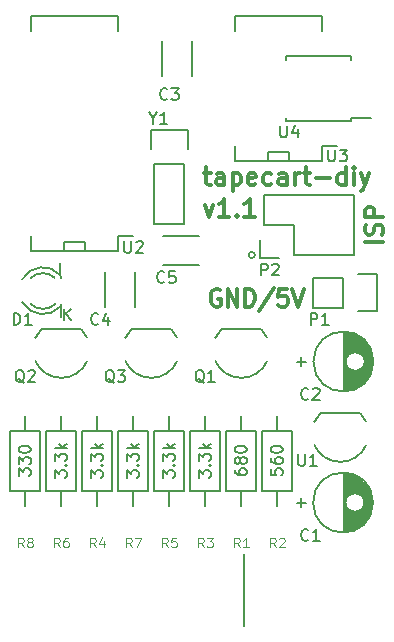
<source format=gbr>
G04 #@! TF.FileFunction,Legend,Top*
%FSLAX46Y46*%
G04 Gerber Fmt 4.6, Leading zero omitted, Abs format (unit mm)*
G04 Created by KiCad (PCBNEW 4.0.5) date 11/08/17 14:47:14*
%MOMM*%
%LPD*%
G01*
G04 APERTURE LIST*
%ADD10C,0.100000*%
%ADD11C,0.200000*%
%ADD12C,0.300000*%
%ADD13C,0.150000*%
%ADD14C,0.120000*%
G04 APERTURE END LIST*
D10*
D11*
X153416000Y-65151000D02*
G75*
G03X153416000Y-65151000I-254000J0D01*
G01*
X157353000Y-85725000D02*
X157353000Y-86487000D01*
X156972000Y-86106000D02*
X157734000Y-86106000D01*
X157353000Y-73787000D02*
X157353000Y-74549000D01*
X156972000Y-74168000D02*
X157734000Y-74168000D01*
D12*
X149185286Y-60892571D02*
X149542429Y-61892571D01*
X149899571Y-60892571D01*
X151256714Y-61892571D02*
X150399571Y-61892571D01*
X150828143Y-61892571D02*
X150828143Y-60392571D01*
X150685286Y-60606857D01*
X150542428Y-60749714D01*
X150399571Y-60821143D01*
X151899571Y-61749714D02*
X151970999Y-61821143D01*
X151899571Y-61892571D01*
X151828142Y-61821143D01*
X151899571Y-61749714D01*
X151899571Y-61892571D01*
X153399571Y-61892571D02*
X152542428Y-61892571D01*
X152971000Y-61892571D02*
X152971000Y-60392571D01*
X152828143Y-60606857D01*
X152685285Y-60749714D01*
X152542428Y-60821143D01*
X149113857Y-58225571D02*
X149685286Y-58225571D01*
X149328143Y-57725571D02*
X149328143Y-59011286D01*
X149399571Y-59154143D01*
X149542429Y-59225571D01*
X149685286Y-59225571D01*
X150828143Y-59225571D02*
X150828143Y-58439857D01*
X150756714Y-58297000D01*
X150613857Y-58225571D01*
X150328143Y-58225571D01*
X150185286Y-58297000D01*
X150828143Y-59154143D02*
X150685286Y-59225571D01*
X150328143Y-59225571D01*
X150185286Y-59154143D01*
X150113857Y-59011286D01*
X150113857Y-58868429D01*
X150185286Y-58725571D01*
X150328143Y-58654143D01*
X150685286Y-58654143D01*
X150828143Y-58582714D01*
X151542429Y-58225571D02*
X151542429Y-59725571D01*
X151542429Y-58297000D02*
X151685286Y-58225571D01*
X151971000Y-58225571D01*
X152113857Y-58297000D01*
X152185286Y-58368429D01*
X152256715Y-58511286D01*
X152256715Y-58939857D01*
X152185286Y-59082714D01*
X152113857Y-59154143D01*
X151971000Y-59225571D01*
X151685286Y-59225571D01*
X151542429Y-59154143D01*
X153471000Y-59154143D02*
X153328143Y-59225571D01*
X153042429Y-59225571D01*
X152899572Y-59154143D01*
X152828143Y-59011286D01*
X152828143Y-58439857D01*
X152899572Y-58297000D01*
X153042429Y-58225571D01*
X153328143Y-58225571D01*
X153471000Y-58297000D01*
X153542429Y-58439857D01*
X153542429Y-58582714D01*
X152828143Y-58725571D01*
X154828143Y-59154143D02*
X154685286Y-59225571D01*
X154399572Y-59225571D01*
X154256714Y-59154143D01*
X154185286Y-59082714D01*
X154113857Y-58939857D01*
X154113857Y-58511286D01*
X154185286Y-58368429D01*
X154256714Y-58297000D01*
X154399572Y-58225571D01*
X154685286Y-58225571D01*
X154828143Y-58297000D01*
X156113857Y-59225571D02*
X156113857Y-58439857D01*
X156042428Y-58297000D01*
X155899571Y-58225571D01*
X155613857Y-58225571D01*
X155471000Y-58297000D01*
X156113857Y-59154143D02*
X155971000Y-59225571D01*
X155613857Y-59225571D01*
X155471000Y-59154143D01*
X155399571Y-59011286D01*
X155399571Y-58868429D01*
X155471000Y-58725571D01*
X155613857Y-58654143D01*
X155971000Y-58654143D01*
X156113857Y-58582714D01*
X156828143Y-59225571D02*
X156828143Y-58225571D01*
X156828143Y-58511286D02*
X156899571Y-58368429D01*
X156971000Y-58297000D01*
X157113857Y-58225571D01*
X157256714Y-58225571D01*
X157542428Y-58225571D02*
X158113857Y-58225571D01*
X157756714Y-57725571D02*
X157756714Y-59011286D01*
X157828142Y-59154143D01*
X157971000Y-59225571D01*
X158113857Y-59225571D01*
X158613857Y-58654143D02*
X159756714Y-58654143D01*
X161113857Y-59225571D02*
X161113857Y-57725571D01*
X161113857Y-59154143D02*
X160971000Y-59225571D01*
X160685286Y-59225571D01*
X160542428Y-59154143D01*
X160471000Y-59082714D01*
X160399571Y-58939857D01*
X160399571Y-58511286D01*
X160471000Y-58368429D01*
X160542428Y-58297000D01*
X160685286Y-58225571D01*
X160971000Y-58225571D01*
X161113857Y-58297000D01*
X161828143Y-59225571D02*
X161828143Y-58225571D01*
X161828143Y-57725571D02*
X161756714Y-57797000D01*
X161828143Y-57868429D01*
X161899571Y-57797000D01*
X161828143Y-57725571D01*
X161828143Y-57868429D01*
X162399572Y-58225571D02*
X162756715Y-59225571D01*
X163113857Y-58225571D02*
X162756715Y-59225571D01*
X162613857Y-59582714D01*
X162542429Y-59654143D01*
X162399572Y-59725571D01*
X164254571Y-64075285D02*
X162754571Y-64075285D01*
X164183143Y-63432428D02*
X164254571Y-63218142D01*
X164254571Y-62860999D01*
X164183143Y-62718142D01*
X164111714Y-62646713D01*
X163968857Y-62575285D01*
X163826000Y-62575285D01*
X163683143Y-62646713D01*
X163611714Y-62718142D01*
X163540286Y-62860999D01*
X163468857Y-63146713D01*
X163397429Y-63289571D01*
X163326000Y-63360999D01*
X163183143Y-63432428D01*
X163040286Y-63432428D01*
X162897429Y-63360999D01*
X162826000Y-63289571D01*
X162754571Y-63146713D01*
X162754571Y-62789571D01*
X162826000Y-62575285D01*
X164254571Y-61932428D02*
X162754571Y-61932428D01*
X162754571Y-61361000D01*
X162826000Y-61218142D01*
X162897429Y-61146714D01*
X163040286Y-61075285D01*
X163254571Y-61075285D01*
X163397429Y-61146714D01*
X163468857Y-61218142D01*
X163540286Y-61361000D01*
X163540286Y-61932428D01*
D11*
X152463500Y-90424000D02*
X152463500Y-96520000D01*
D12*
X150476334Y-68084000D02*
X150343000Y-68012571D01*
X150143000Y-68012571D01*
X149943000Y-68084000D01*
X149809667Y-68226857D01*
X149743000Y-68369714D01*
X149676334Y-68655429D01*
X149676334Y-68869714D01*
X149743000Y-69155429D01*
X149809667Y-69298286D01*
X149943000Y-69441143D01*
X150143000Y-69512571D01*
X150276334Y-69512571D01*
X150476334Y-69441143D01*
X150543000Y-69369714D01*
X150543000Y-68869714D01*
X150276334Y-68869714D01*
X151143000Y-69512571D02*
X151143000Y-68012571D01*
X151943000Y-69512571D01*
X151943000Y-68012571D01*
X152609667Y-69512571D02*
X152609667Y-68012571D01*
X152943001Y-68012571D01*
X153143001Y-68084000D01*
X153276334Y-68226857D01*
X153343001Y-68369714D01*
X153409667Y-68655429D01*
X153409667Y-68869714D01*
X153343001Y-69155429D01*
X153276334Y-69298286D01*
X153143001Y-69441143D01*
X152943001Y-69512571D01*
X152609667Y-69512571D01*
X155009667Y-67941143D02*
X153809667Y-69869714D01*
X156143001Y-68012571D02*
X155476334Y-68012571D01*
X155409668Y-68726857D01*
X155476334Y-68655429D01*
X155609668Y-68584000D01*
X155943001Y-68584000D01*
X156076334Y-68655429D01*
X156143001Y-68726857D01*
X156209668Y-68869714D01*
X156209668Y-69226857D01*
X156143001Y-69369714D01*
X156076334Y-69441143D01*
X155943001Y-69512571D01*
X155609668Y-69512571D01*
X155476334Y-69441143D01*
X155409668Y-69369714D01*
X156609667Y-68012571D02*
X157076334Y-69512571D01*
X157543001Y-68012571D01*
D11*
X139065000Y-64008000D02*
X139065000Y-64770000D01*
X137287000Y-64008000D02*
X139065000Y-64008000D01*
X137287000Y-64770000D02*
X137287000Y-64008000D01*
X156337000Y-56388000D02*
X156337000Y-57150000D01*
X154559000Y-56388000D02*
X156337000Y-56388000D01*
X154559000Y-57150000D02*
X154559000Y-56388000D01*
X136965220Y-65842274D02*
X136965220Y-66858274D01*
X136978000Y-70374000D02*
X136978000Y-69485000D01*
D13*
X151003000Y-85090000D02*
X151003000Y-80010000D01*
X151003000Y-80010000D02*
X153543000Y-80010000D01*
X153543000Y-80010000D02*
X153543000Y-85090000D01*
X153543000Y-85090000D02*
X151003000Y-85090000D01*
X152273000Y-85090000D02*
X152273000Y-86360000D01*
X152273000Y-80010000D02*
X152273000Y-78740000D01*
X156591000Y-80010000D02*
X156591000Y-85090000D01*
X156591000Y-85090000D02*
X154051000Y-85090000D01*
X154051000Y-85090000D02*
X154051000Y-80010000D01*
X154051000Y-80010000D02*
X156591000Y-80010000D01*
X155321000Y-80010000D02*
X155321000Y-78740000D01*
X155321000Y-85090000D02*
X155321000Y-86360000D01*
X132715000Y-85090000D02*
X132715000Y-80010000D01*
X132715000Y-80010000D02*
X135255000Y-80010000D01*
X135255000Y-80010000D02*
X135255000Y-85090000D01*
X135255000Y-85090000D02*
X132715000Y-85090000D01*
X133985000Y-85090000D02*
X133985000Y-86360000D01*
X133985000Y-80010000D02*
X133985000Y-78740000D01*
X144907000Y-85090000D02*
X144907000Y-80010000D01*
X144907000Y-80010000D02*
X147447000Y-80010000D01*
X147447000Y-80010000D02*
X147447000Y-85090000D01*
X147447000Y-85090000D02*
X144907000Y-85090000D01*
X146177000Y-85090000D02*
X146177000Y-86360000D01*
X146177000Y-80010000D02*
X146177000Y-78740000D01*
X150495000Y-80010000D02*
X150495000Y-85090000D01*
X150495000Y-85090000D02*
X147955000Y-85090000D01*
X147955000Y-85090000D02*
X147955000Y-80010000D01*
X147955000Y-80010000D02*
X150495000Y-80010000D01*
X149225000Y-80010000D02*
X149225000Y-78740000D01*
X149225000Y-85090000D02*
X149225000Y-86360000D01*
X138811000Y-85090000D02*
X138811000Y-80010000D01*
X138811000Y-80010000D02*
X141351000Y-80010000D01*
X141351000Y-80010000D02*
X141351000Y-85090000D01*
X141351000Y-85090000D02*
X138811000Y-85090000D01*
X140081000Y-85090000D02*
X140081000Y-86360000D01*
X140081000Y-80010000D02*
X140081000Y-78740000D01*
X135763000Y-85090000D02*
X135763000Y-80010000D01*
X135763000Y-80010000D02*
X138303000Y-80010000D01*
X138303000Y-80010000D02*
X138303000Y-85090000D01*
X138303000Y-85090000D02*
X135763000Y-85090000D01*
X137033000Y-85090000D02*
X137033000Y-86360000D01*
X137033000Y-80010000D02*
X137033000Y-78740000D01*
X144399000Y-80010000D02*
X144399000Y-85090000D01*
X144399000Y-85090000D02*
X141859000Y-85090000D01*
X141859000Y-85090000D02*
X141859000Y-80010000D01*
X141859000Y-80010000D02*
X144399000Y-80010000D01*
X143129000Y-80010000D02*
X143129000Y-78740000D01*
X143129000Y-85090000D02*
X143129000Y-86360000D01*
X139220695Y-72155010D02*
G75*
G03X138733000Y-71452000I-2187695J-996990D01*
G01*
X134845305Y-72155010D02*
G75*
G02X135333000Y-71452000I2187695J-996990D01*
G01*
X138733000Y-71452000D02*
X135333000Y-71452000D01*
X139217879Y-74145127D02*
G75*
G02X137033000Y-75552000I-2184879J993127D01*
G01*
X134848121Y-74145127D02*
G75*
G03X137033000Y-75552000I2184879J993127D01*
G01*
X161000000Y-71669000D02*
X161000000Y-76667000D01*
X161140000Y-71677000D02*
X161140000Y-74014000D01*
X161140000Y-74322000D02*
X161140000Y-76659000D01*
X161280000Y-71693000D02*
X161280000Y-73695000D01*
X161280000Y-74641000D02*
X161280000Y-76643000D01*
X161420000Y-71717000D02*
X161420000Y-73548000D01*
X161420000Y-74788000D02*
X161420000Y-76619000D01*
X161560000Y-71750000D02*
X161560000Y-73456000D01*
X161560000Y-74880000D02*
X161560000Y-76586000D01*
X161700000Y-71791000D02*
X161700000Y-73400000D01*
X161700000Y-74936000D02*
X161700000Y-76545000D01*
X161840000Y-71841000D02*
X161840000Y-73373000D01*
X161840000Y-74963000D02*
X161840000Y-76495000D01*
X161980000Y-71902000D02*
X161980000Y-73370000D01*
X161980000Y-74966000D02*
X161980000Y-76434000D01*
X162120000Y-71972000D02*
X162120000Y-73392000D01*
X162120000Y-74944000D02*
X162120000Y-76364000D01*
X162260000Y-72054000D02*
X162260000Y-73442000D01*
X162260000Y-74894000D02*
X162260000Y-76282000D01*
X162400000Y-72149000D02*
X162400000Y-73524000D01*
X162400000Y-74812000D02*
X162400000Y-76187000D01*
X162540000Y-72260000D02*
X162540000Y-73656000D01*
X162540000Y-74680000D02*
X162540000Y-76076000D01*
X162680000Y-72388000D02*
X162680000Y-73903000D01*
X162680000Y-74433000D02*
X162680000Y-75948000D01*
X162820000Y-72537000D02*
X162820000Y-75799000D01*
X162960000Y-72716000D02*
X162960000Y-75620000D01*
X163100000Y-72935000D02*
X163100000Y-75401000D01*
X163240000Y-73224000D02*
X163240000Y-75112000D01*
X163380000Y-73696000D02*
X163380000Y-74640000D01*
X162725000Y-74168000D02*
G75*
G03X162725000Y-74168000I-800000J0D01*
G01*
X163462500Y-74168000D02*
G75*
G03X163462500Y-74168000I-2537500J0D01*
G01*
X162842695Y-79267010D02*
G75*
G03X162355000Y-78564000I-2187695J-996990D01*
G01*
X158467305Y-79267010D02*
G75*
G02X158955000Y-78564000I2187695J-996990D01*
G01*
X162355000Y-78564000D02*
X158955000Y-78564000D01*
X162839879Y-81257127D02*
G75*
G02X160655000Y-82664000I-2184879J993127D01*
G01*
X158470121Y-81257127D02*
G75*
G03X160655000Y-82664000I2184879J993127D01*
G01*
X159123000Y-57159000D02*
X159123000Y-55889000D01*
X151773000Y-57159000D02*
X151773000Y-55889000D01*
X151773000Y-44949000D02*
X151773000Y-46219000D01*
X159123000Y-44949000D02*
X159123000Y-46219000D01*
X159123000Y-57159000D02*
X151773000Y-57159000D01*
X159123000Y-44949000D02*
X151773000Y-44949000D01*
X159123000Y-55889000D02*
X160408000Y-55889000D01*
X160968000Y-83607000D02*
X160968000Y-88605000D01*
X161108000Y-83615000D02*
X161108000Y-85952000D01*
X161108000Y-86260000D02*
X161108000Y-88597000D01*
X161248000Y-83631000D02*
X161248000Y-85633000D01*
X161248000Y-86579000D02*
X161248000Y-88581000D01*
X161388000Y-83655000D02*
X161388000Y-85486000D01*
X161388000Y-86726000D02*
X161388000Y-88557000D01*
X161528000Y-83688000D02*
X161528000Y-85394000D01*
X161528000Y-86818000D02*
X161528000Y-88524000D01*
X161668000Y-83729000D02*
X161668000Y-85338000D01*
X161668000Y-86874000D02*
X161668000Y-88483000D01*
X161808000Y-83779000D02*
X161808000Y-85311000D01*
X161808000Y-86901000D02*
X161808000Y-88433000D01*
X161948000Y-83840000D02*
X161948000Y-85308000D01*
X161948000Y-86904000D02*
X161948000Y-88372000D01*
X162088000Y-83910000D02*
X162088000Y-85330000D01*
X162088000Y-86882000D02*
X162088000Y-88302000D01*
X162228000Y-83992000D02*
X162228000Y-85380000D01*
X162228000Y-86832000D02*
X162228000Y-88220000D01*
X162368000Y-84087000D02*
X162368000Y-85462000D01*
X162368000Y-86750000D02*
X162368000Y-88125000D01*
X162508000Y-84198000D02*
X162508000Y-85594000D01*
X162508000Y-86618000D02*
X162508000Y-88014000D01*
X162648000Y-84326000D02*
X162648000Y-85841000D01*
X162648000Y-86371000D02*
X162648000Y-87886000D01*
X162788000Y-84475000D02*
X162788000Y-87737000D01*
X162928000Y-84654000D02*
X162928000Y-87558000D01*
X163068000Y-84873000D02*
X163068000Y-87339000D01*
X163208000Y-85162000D02*
X163208000Y-87050000D01*
X163348000Y-85634000D02*
X163348000Y-86578000D01*
X162693000Y-86106000D02*
G75*
G03X162693000Y-86106000I-800000J0D01*
G01*
X163430500Y-86106000D02*
G75*
G03X163430500Y-86106000I-2537500J0D01*
G01*
X145562000Y-49994000D02*
X145562000Y-46994000D01*
X148062000Y-46994000D02*
X148062000Y-49994000D01*
X143236000Y-66552000D02*
X143236000Y-69552000D01*
X140736000Y-69552000D02*
X140736000Y-66552000D01*
X145673000Y-63520000D02*
X148673000Y-63520000D01*
X148673000Y-66020000D02*
X145673000Y-66020000D01*
X136978000Y-66885000D02*
X136978000Y-67085000D01*
X136978000Y-69479000D02*
X136978000Y-69299000D01*
X133750256Y-69168643D02*
G75*
G03X136978000Y-69485000I1727744J1003643D01*
G01*
X134425994Y-69298068D02*
G75*
G03X136529000Y-69299000I1052006J1133068D01*
G01*
X136965220Y-66858274D02*
G75*
G03X133728000Y-67205000I-1497220J-1306726D01*
G01*
X136491889Y-67085747D02*
G75*
G03X134444000Y-67105000I-1013889J-1079253D01*
G01*
X156718000Y-65151000D02*
X161798000Y-65151000D01*
X153898000Y-65431000D02*
X153898000Y-63881000D01*
X154178000Y-62611000D02*
X156718000Y-62611000D01*
X156718000Y-62611000D02*
X156718000Y-65151000D01*
X161798000Y-65151000D02*
X161798000Y-60071000D01*
X161798000Y-60071000D02*
X156718000Y-60071000D01*
X153898000Y-65431000D02*
X155448000Y-65431000D01*
X154178000Y-60071000D02*
X154178000Y-62611000D01*
X156718000Y-60071000D02*
X154178000Y-60071000D01*
X141851000Y-64779000D02*
X141851000Y-63509000D01*
X134501000Y-64779000D02*
X134501000Y-63509000D01*
X134501000Y-44949000D02*
X134501000Y-46219000D01*
X141851000Y-44949000D02*
X141851000Y-46219000D01*
X141851000Y-64779000D02*
X134501000Y-64779000D01*
X141851000Y-44949000D02*
X134501000Y-44949000D01*
X141851000Y-63509000D02*
X143136000Y-63509000D01*
X144907000Y-57404000D02*
X144907000Y-62484000D01*
X144907000Y-62484000D02*
X147447000Y-62484000D01*
X147447000Y-62484000D02*
X147447000Y-57404000D01*
X147727000Y-54584000D02*
X147727000Y-56134000D01*
X147447000Y-57404000D02*
X144907000Y-57404000D01*
X144627000Y-56134000D02*
X144627000Y-54584000D01*
X144627000Y-54584000D02*
X147727000Y-54584000D01*
X161533000Y-53809000D02*
X161533000Y-53509000D01*
X156033000Y-53809000D02*
X156033000Y-53509000D01*
X156033000Y-48299000D02*
X156033000Y-48599000D01*
X161533000Y-48299000D02*
X161533000Y-48599000D01*
X161533000Y-53809000D02*
X156033000Y-53809000D01*
X161533000Y-48299000D02*
X156033000Y-48299000D01*
X161533000Y-53509000D02*
X163283000Y-53509000D01*
X146840695Y-72155010D02*
G75*
G03X146353000Y-71452000I-2187695J-996990D01*
G01*
X142465305Y-72155010D02*
G75*
G02X142953000Y-71452000I2187695J-996990D01*
G01*
X146353000Y-71452000D02*
X142953000Y-71452000D01*
X146837879Y-74145127D02*
G75*
G02X144653000Y-75552000I-2184879J993127D01*
G01*
X142468121Y-74145127D02*
G75*
G03X144653000Y-75552000I2184879J993127D01*
G01*
X154460695Y-72155010D02*
G75*
G03X153973000Y-71452000I-2187695J-996990D01*
G01*
X150085305Y-72155010D02*
G75*
G02X150573000Y-71452000I2187695J-996990D01*
G01*
X153973000Y-71452000D02*
X150573000Y-71452000D01*
X154457879Y-74145127D02*
G75*
G02X152273000Y-75552000I-2184879J993127D01*
G01*
X150088121Y-74145127D02*
G75*
G03X152273000Y-75552000I2184879J993127D01*
G01*
X160909000Y-69596000D02*
X158369000Y-69596000D01*
X163729000Y-69876000D02*
X162179000Y-69876000D01*
X160909000Y-69596000D02*
X160909000Y-67056000D01*
X162179000Y-66776000D02*
X163729000Y-66776000D01*
X163729000Y-66776000D02*
X163729000Y-69876000D01*
X160909000Y-67056000D02*
X158369000Y-67056000D01*
X158369000Y-67056000D02*
X158369000Y-69596000D01*
D14*
X152139667Y-89896905D02*
X151873000Y-89515952D01*
X151682524Y-89896905D02*
X151682524Y-89096905D01*
X151987286Y-89096905D01*
X152063477Y-89135000D01*
X152101572Y-89173095D01*
X152139667Y-89249286D01*
X152139667Y-89363571D01*
X152101572Y-89439762D01*
X152063477Y-89477857D01*
X151987286Y-89515952D01*
X151682524Y-89515952D01*
X152901572Y-89896905D02*
X152444429Y-89896905D01*
X152673000Y-89896905D02*
X152673000Y-89096905D01*
X152596810Y-89211190D01*
X152520619Y-89287381D01*
X152444429Y-89325476D01*
D13*
X151725381Y-83311904D02*
X151725381Y-83502381D01*
X151773000Y-83597619D01*
X151820619Y-83645238D01*
X151963476Y-83740476D01*
X152153952Y-83788095D01*
X152534905Y-83788095D01*
X152630143Y-83740476D01*
X152677762Y-83692857D01*
X152725381Y-83597619D01*
X152725381Y-83407142D01*
X152677762Y-83311904D01*
X152630143Y-83264285D01*
X152534905Y-83216666D01*
X152296810Y-83216666D01*
X152201571Y-83264285D01*
X152153952Y-83311904D01*
X152106333Y-83407142D01*
X152106333Y-83597619D01*
X152153952Y-83692857D01*
X152201571Y-83740476D01*
X152296810Y-83788095D01*
X152153952Y-82645238D02*
X152106333Y-82740476D01*
X152058714Y-82788095D01*
X151963476Y-82835714D01*
X151915857Y-82835714D01*
X151820619Y-82788095D01*
X151773000Y-82740476D01*
X151725381Y-82645238D01*
X151725381Y-82454761D01*
X151773000Y-82359523D01*
X151820619Y-82311904D01*
X151915857Y-82264285D01*
X151963476Y-82264285D01*
X152058714Y-82311904D01*
X152106333Y-82359523D01*
X152153952Y-82454761D01*
X152153952Y-82645238D01*
X152201571Y-82740476D01*
X152249190Y-82788095D01*
X152344429Y-82835714D01*
X152534905Y-82835714D01*
X152630143Y-82788095D01*
X152677762Y-82740476D01*
X152725381Y-82645238D01*
X152725381Y-82454761D01*
X152677762Y-82359523D01*
X152630143Y-82311904D01*
X152534905Y-82264285D01*
X152344429Y-82264285D01*
X152249190Y-82311904D01*
X152201571Y-82359523D01*
X152153952Y-82454761D01*
X151725381Y-81645238D02*
X151725381Y-81549999D01*
X151773000Y-81454761D01*
X151820619Y-81407142D01*
X151915857Y-81359523D01*
X152106333Y-81311904D01*
X152344429Y-81311904D01*
X152534905Y-81359523D01*
X152630143Y-81407142D01*
X152677762Y-81454761D01*
X152725381Y-81549999D01*
X152725381Y-81645238D01*
X152677762Y-81740476D01*
X152630143Y-81788095D01*
X152534905Y-81835714D01*
X152344429Y-81883333D01*
X152106333Y-81883333D01*
X151915857Y-81835714D01*
X151820619Y-81788095D01*
X151773000Y-81740476D01*
X151725381Y-81645238D01*
D14*
X155187667Y-89896905D02*
X154921000Y-89515952D01*
X154730524Y-89896905D02*
X154730524Y-89096905D01*
X155035286Y-89096905D01*
X155111477Y-89135000D01*
X155149572Y-89173095D01*
X155187667Y-89249286D01*
X155187667Y-89363571D01*
X155149572Y-89439762D01*
X155111477Y-89477857D01*
X155035286Y-89515952D01*
X154730524Y-89515952D01*
X155492429Y-89173095D02*
X155530524Y-89135000D01*
X155606715Y-89096905D01*
X155797191Y-89096905D01*
X155873381Y-89135000D01*
X155911477Y-89173095D01*
X155949572Y-89249286D01*
X155949572Y-89325476D01*
X155911477Y-89439762D01*
X155454334Y-89896905D01*
X155949572Y-89896905D01*
D13*
X154773381Y-83264285D02*
X154773381Y-83740476D01*
X155249571Y-83788095D01*
X155201952Y-83740476D01*
X155154333Y-83645238D01*
X155154333Y-83407142D01*
X155201952Y-83311904D01*
X155249571Y-83264285D01*
X155344810Y-83216666D01*
X155582905Y-83216666D01*
X155678143Y-83264285D01*
X155725762Y-83311904D01*
X155773381Y-83407142D01*
X155773381Y-83645238D01*
X155725762Y-83740476D01*
X155678143Y-83788095D01*
X154773381Y-82359523D02*
X154773381Y-82550000D01*
X154821000Y-82645238D01*
X154868619Y-82692857D01*
X155011476Y-82788095D01*
X155201952Y-82835714D01*
X155582905Y-82835714D01*
X155678143Y-82788095D01*
X155725762Y-82740476D01*
X155773381Y-82645238D01*
X155773381Y-82454761D01*
X155725762Y-82359523D01*
X155678143Y-82311904D01*
X155582905Y-82264285D01*
X155344810Y-82264285D01*
X155249571Y-82311904D01*
X155201952Y-82359523D01*
X155154333Y-82454761D01*
X155154333Y-82645238D01*
X155201952Y-82740476D01*
X155249571Y-82788095D01*
X155344810Y-82835714D01*
X154773381Y-81645238D02*
X154773381Y-81549999D01*
X154821000Y-81454761D01*
X154868619Y-81407142D01*
X154963857Y-81359523D01*
X155154333Y-81311904D01*
X155392429Y-81311904D01*
X155582905Y-81359523D01*
X155678143Y-81407142D01*
X155725762Y-81454761D01*
X155773381Y-81549999D01*
X155773381Y-81645238D01*
X155725762Y-81740476D01*
X155678143Y-81788095D01*
X155582905Y-81835714D01*
X155392429Y-81883333D01*
X155154333Y-81883333D01*
X154963857Y-81835714D01*
X154868619Y-81788095D01*
X154821000Y-81740476D01*
X154773381Y-81645238D01*
D14*
X133851667Y-89896905D02*
X133585000Y-89515952D01*
X133394524Y-89896905D02*
X133394524Y-89096905D01*
X133699286Y-89096905D01*
X133775477Y-89135000D01*
X133813572Y-89173095D01*
X133851667Y-89249286D01*
X133851667Y-89363571D01*
X133813572Y-89439762D01*
X133775477Y-89477857D01*
X133699286Y-89515952D01*
X133394524Y-89515952D01*
X134308810Y-89439762D02*
X134232619Y-89401667D01*
X134194524Y-89363571D01*
X134156429Y-89287381D01*
X134156429Y-89249286D01*
X134194524Y-89173095D01*
X134232619Y-89135000D01*
X134308810Y-89096905D01*
X134461191Y-89096905D01*
X134537381Y-89135000D01*
X134575477Y-89173095D01*
X134613572Y-89249286D01*
X134613572Y-89287381D01*
X134575477Y-89363571D01*
X134537381Y-89401667D01*
X134461191Y-89439762D01*
X134308810Y-89439762D01*
X134232619Y-89477857D01*
X134194524Y-89515952D01*
X134156429Y-89592143D01*
X134156429Y-89744524D01*
X134194524Y-89820714D01*
X134232619Y-89858810D01*
X134308810Y-89896905D01*
X134461191Y-89896905D01*
X134537381Y-89858810D01*
X134575477Y-89820714D01*
X134613572Y-89744524D01*
X134613572Y-89592143D01*
X134575477Y-89515952D01*
X134537381Y-89477857D01*
X134461191Y-89439762D01*
D13*
X133437381Y-83835714D02*
X133437381Y-83216666D01*
X133818333Y-83550000D01*
X133818333Y-83407142D01*
X133865952Y-83311904D01*
X133913571Y-83264285D01*
X134008810Y-83216666D01*
X134246905Y-83216666D01*
X134342143Y-83264285D01*
X134389762Y-83311904D01*
X134437381Y-83407142D01*
X134437381Y-83692857D01*
X134389762Y-83788095D01*
X134342143Y-83835714D01*
X133437381Y-82883333D02*
X133437381Y-82264285D01*
X133818333Y-82597619D01*
X133818333Y-82454761D01*
X133865952Y-82359523D01*
X133913571Y-82311904D01*
X134008810Y-82264285D01*
X134246905Y-82264285D01*
X134342143Y-82311904D01*
X134389762Y-82359523D01*
X134437381Y-82454761D01*
X134437381Y-82740476D01*
X134389762Y-82835714D01*
X134342143Y-82883333D01*
X133437381Y-81645238D02*
X133437381Y-81549999D01*
X133485000Y-81454761D01*
X133532619Y-81407142D01*
X133627857Y-81359523D01*
X133818333Y-81311904D01*
X134056429Y-81311904D01*
X134246905Y-81359523D01*
X134342143Y-81407142D01*
X134389762Y-81454761D01*
X134437381Y-81549999D01*
X134437381Y-81645238D01*
X134389762Y-81740476D01*
X134342143Y-81788095D01*
X134246905Y-81835714D01*
X134056429Y-81883333D01*
X133818333Y-81883333D01*
X133627857Y-81835714D01*
X133532619Y-81788095D01*
X133485000Y-81740476D01*
X133437381Y-81645238D01*
D14*
X146043667Y-89896905D02*
X145777000Y-89515952D01*
X145586524Y-89896905D02*
X145586524Y-89096905D01*
X145891286Y-89096905D01*
X145967477Y-89135000D01*
X146005572Y-89173095D01*
X146043667Y-89249286D01*
X146043667Y-89363571D01*
X146005572Y-89439762D01*
X145967477Y-89477857D01*
X145891286Y-89515952D01*
X145586524Y-89515952D01*
X146767477Y-89096905D02*
X146386524Y-89096905D01*
X146348429Y-89477857D01*
X146386524Y-89439762D01*
X146462715Y-89401667D01*
X146653191Y-89401667D01*
X146729381Y-89439762D01*
X146767477Y-89477857D01*
X146805572Y-89554048D01*
X146805572Y-89744524D01*
X146767477Y-89820714D01*
X146729381Y-89858810D01*
X146653191Y-89896905D01*
X146462715Y-89896905D01*
X146386524Y-89858810D01*
X146348429Y-89820714D01*
D13*
X145629381Y-84002381D02*
X145629381Y-83383333D01*
X146010333Y-83716667D01*
X146010333Y-83573809D01*
X146057952Y-83478571D01*
X146105571Y-83430952D01*
X146200810Y-83383333D01*
X146438905Y-83383333D01*
X146534143Y-83430952D01*
X146581762Y-83478571D01*
X146629381Y-83573809D01*
X146629381Y-83859524D01*
X146581762Y-83954762D01*
X146534143Y-84002381D01*
X146534143Y-82954762D02*
X146581762Y-82907143D01*
X146629381Y-82954762D01*
X146581762Y-83002381D01*
X146534143Y-82954762D01*
X146629381Y-82954762D01*
X145629381Y-82573810D02*
X145629381Y-81954762D01*
X146010333Y-82288096D01*
X146010333Y-82145238D01*
X146057952Y-82050000D01*
X146105571Y-82002381D01*
X146200810Y-81954762D01*
X146438905Y-81954762D01*
X146534143Y-82002381D01*
X146581762Y-82050000D01*
X146629381Y-82145238D01*
X146629381Y-82430953D01*
X146581762Y-82526191D01*
X146534143Y-82573810D01*
X146629381Y-81526191D02*
X145629381Y-81526191D01*
X146248429Y-81430953D02*
X146629381Y-81145238D01*
X145962714Y-81145238D02*
X146343667Y-81526191D01*
D14*
X149091667Y-89896905D02*
X148825000Y-89515952D01*
X148634524Y-89896905D02*
X148634524Y-89096905D01*
X148939286Y-89096905D01*
X149015477Y-89135000D01*
X149053572Y-89173095D01*
X149091667Y-89249286D01*
X149091667Y-89363571D01*
X149053572Y-89439762D01*
X149015477Y-89477857D01*
X148939286Y-89515952D01*
X148634524Y-89515952D01*
X149358334Y-89096905D02*
X149853572Y-89096905D01*
X149586905Y-89401667D01*
X149701191Y-89401667D01*
X149777381Y-89439762D01*
X149815477Y-89477857D01*
X149853572Y-89554048D01*
X149853572Y-89744524D01*
X149815477Y-89820714D01*
X149777381Y-89858810D01*
X149701191Y-89896905D01*
X149472619Y-89896905D01*
X149396429Y-89858810D01*
X149358334Y-89820714D01*
D13*
X148677381Y-84002381D02*
X148677381Y-83383333D01*
X149058333Y-83716667D01*
X149058333Y-83573809D01*
X149105952Y-83478571D01*
X149153571Y-83430952D01*
X149248810Y-83383333D01*
X149486905Y-83383333D01*
X149582143Y-83430952D01*
X149629762Y-83478571D01*
X149677381Y-83573809D01*
X149677381Y-83859524D01*
X149629762Y-83954762D01*
X149582143Y-84002381D01*
X149582143Y-82954762D02*
X149629762Y-82907143D01*
X149677381Y-82954762D01*
X149629762Y-83002381D01*
X149582143Y-82954762D01*
X149677381Y-82954762D01*
X148677381Y-82573810D02*
X148677381Y-81954762D01*
X149058333Y-82288096D01*
X149058333Y-82145238D01*
X149105952Y-82050000D01*
X149153571Y-82002381D01*
X149248810Y-81954762D01*
X149486905Y-81954762D01*
X149582143Y-82002381D01*
X149629762Y-82050000D01*
X149677381Y-82145238D01*
X149677381Y-82430953D01*
X149629762Y-82526191D01*
X149582143Y-82573810D01*
X149677381Y-81526191D02*
X148677381Y-81526191D01*
X149296429Y-81430953D02*
X149677381Y-81145238D01*
X149010714Y-81145238D02*
X149391667Y-81526191D01*
D14*
X139947667Y-89896905D02*
X139681000Y-89515952D01*
X139490524Y-89896905D02*
X139490524Y-89096905D01*
X139795286Y-89096905D01*
X139871477Y-89135000D01*
X139909572Y-89173095D01*
X139947667Y-89249286D01*
X139947667Y-89363571D01*
X139909572Y-89439762D01*
X139871477Y-89477857D01*
X139795286Y-89515952D01*
X139490524Y-89515952D01*
X140633381Y-89363571D02*
X140633381Y-89896905D01*
X140442905Y-89058810D02*
X140252429Y-89630238D01*
X140747667Y-89630238D01*
D13*
X139533381Y-84002381D02*
X139533381Y-83383333D01*
X139914333Y-83716667D01*
X139914333Y-83573809D01*
X139961952Y-83478571D01*
X140009571Y-83430952D01*
X140104810Y-83383333D01*
X140342905Y-83383333D01*
X140438143Y-83430952D01*
X140485762Y-83478571D01*
X140533381Y-83573809D01*
X140533381Y-83859524D01*
X140485762Y-83954762D01*
X140438143Y-84002381D01*
X140438143Y-82954762D02*
X140485762Y-82907143D01*
X140533381Y-82954762D01*
X140485762Y-83002381D01*
X140438143Y-82954762D01*
X140533381Y-82954762D01*
X139533381Y-82573810D02*
X139533381Y-81954762D01*
X139914333Y-82288096D01*
X139914333Y-82145238D01*
X139961952Y-82050000D01*
X140009571Y-82002381D01*
X140104810Y-81954762D01*
X140342905Y-81954762D01*
X140438143Y-82002381D01*
X140485762Y-82050000D01*
X140533381Y-82145238D01*
X140533381Y-82430953D01*
X140485762Y-82526191D01*
X140438143Y-82573810D01*
X140533381Y-81526191D02*
X139533381Y-81526191D01*
X140152429Y-81430953D02*
X140533381Y-81145238D01*
X139866714Y-81145238D02*
X140247667Y-81526191D01*
D14*
X136899667Y-89896905D02*
X136633000Y-89515952D01*
X136442524Y-89896905D02*
X136442524Y-89096905D01*
X136747286Y-89096905D01*
X136823477Y-89135000D01*
X136861572Y-89173095D01*
X136899667Y-89249286D01*
X136899667Y-89363571D01*
X136861572Y-89439762D01*
X136823477Y-89477857D01*
X136747286Y-89515952D01*
X136442524Y-89515952D01*
X137585381Y-89096905D02*
X137433000Y-89096905D01*
X137356810Y-89135000D01*
X137318715Y-89173095D01*
X137242524Y-89287381D01*
X137204429Y-89439762D01*
X137204429Y-89744524D01*
X137242524Y-89820714D01*
X137280619Y-89858810D01*
X137356810Y-89896905D01*
X137509191Y-89896905D01*
X137585381Y-89858810D01*
X137623477Y-89820714D01*
X137661572Y-89744524D01*
X137661572Y-89554048D01*
X137623477Y-89477857D01*
X137585381Y-89439762D01*
X137509191Y-89401667D01*
X137356810Y-89401667D01*
X137280619Y-89439762D01*
X137242524Y-89477857D01*
X137204429Y-89554048D01*
D13*
X136485381Y-84002381D02*
X136485381Y-83383333D01*
X136866333Y-83716667D01*
X136866333Y-83573809D01*
X136913952Y-83478571D01*
X136961571Y-83430952D01*
X137056810Y-83383333D01*
X137294905Y-83383333D01*
X137390143Y-83430952D01*
X137437762Y-83478571D01*
X137485381Y-83573809D01*
X137485381Y-83859524D01*
X137437762Y-83954762D01*
X137390143Y-84002381D01*
X137390143Y-82954762D02*
X137437762Y-82907143D01*
X137485381Y-82954762D01*
X137437762Y-83002381D01*
X137390143Y-82954762D01*
X137485381Y-82954762D01*
X136485381Y-82573810D02*
X136485381Y-81954762D01*
X136866333Y-82288096D01*
X136866333Y-82145238D01*
X136913952Y-82050000D01*
X136961571Y-82002381D01*
X137056810Y-81954762D01*
X137294905Y-81954762D01*
X137390143Y-82002381D01*
X137437762Y-82050000D01*
X137485381Y-82145238D01*
X137485381Y-82430953D01*
X137437762Y-82526191D01*
X137390143Y-82573810D01*
X137485381Y-81526191D02*
X136485381Y-81526191D01*
X137104429Y-81430953D02*
X137485381Y-81145238D01*
X136818714Y-81145238D02*
X137199667Y-81526191D01*
D14*
X142995667Y-89896905D02*
X142729000Y-89515952D01*
X142538524Y-89896905D02*
X142538524Y-89096905D01*
X142843286Y-89096905D01*
X142919477Y-89135000D01*
X142957572Y-89173095D01*
X142995667Y-89249286D01*
X142995667Y-89363571D01*
X142957572Y-89439762D01*
X142919477Y-89477857D01*
X142843286Y-89515952D01*
X142538524Y-89515952D01*
X143262334Y-89096905D02*
X143795667Y-89096905D01*
X143452810Y-89896905D01*
D13*
X142581381Y-84002381D02*
X142581381Y-83383333D01*
X142962333Y-83716667D01*
X142962333Y-83573809D01*
X143009952Y-83478571D01*
X143057571Y-83430952D01*
X143152810Y-83383333D01*
X143390905Y-83383333D01*
X143486143Y-83430952D01*
X143533762Y-83478571D01*
X143581381Y-83573809D01*
X143581381Y-83859524D01*
X143533762Y-83954762D01*
X143486143Y-84002381D01*
X143486143Y-82954762D02*
X143533762Y-82907143D01*
X143581381Y-82954762D01*
X143533762Y-83002381D01*
X143486143Y-82954762D01*
X143581381Y-82954762D01*
X142581381Y-82573810D02*
X142581381Y-81954762D01*
X142962333Y-82288096D01*
X142962333Y-82145238D01*
X143009952Y-82050000D01*
X143057571Y-82002381D01*
X143152810Y-81954762D01*
X143390905Y-81954762D01*
X143486143Y-82002381D01*
X143533762Y-82050000D01*
X143581381Y-82145238D01*
X143581381Y-82430953D01*
X143533762Y-82526191D01*
X143486143Y-82573810D01*
X143581381Y-81526191D02*
X142581381Y-81526191D01*
X143200429Y-81430953D02*
X143581381Y-81145238D01*
X142914714Y-81145238D02*
X143295667Y-81526191D01*
X133889762Y-75985619D02*
X133794524Y-75938000D01*
X133699286Y-75842762D01*
X133556429Y-75699905D01*
X133461190Y-75652286D01*
X133365952Y-75652286D01*
X133413571Y-75890381D02*
X133318333Y-75842762D01*
X133223095Y-75747524D01*
X133175476Y-75557048D01*
X133175476Y-75223714D01*
X133223095Y-75033238D01*
X133318333Y-74938000D01*
X133413571Y-74890381D01*
X133604048Y-74890381D01*
X133699286Y-74938000D01*
X133794524Y-75033238D01*
X133842143Y-75223714D01*
X133842143Y-75557048D01*
X133794524Y-75747524D01*
X133699286Y-75842762D01*
X133604048Y-75890381D01*
X133413571Y-75890381D01*
X134223095Y-74985619D02*
X134270714Y-74938000D01*
X134365952Y-74890381D01*
X134604048Y-74890381D01*
X134699286Y-74938000D01*
X134746905Y-74985619D01*
X134794524Y-75080857D01*
X134794524Y-75176095D01*
X134746905Y-75318952D01*
X134175476Y-75890381D01*
X134794524Y-75890381D01*
X157948334Y-77319143D02*
X157900715Y-77366762D01*
X157757858Y-77414381D01*
X157662620Y-77414381D01*
X157519762Y-77366762D01*
X157424524Y-77271524D01*
X157376905Y-77176286D01*
X157329286Y-76985810D01*
X157329286Y-76842952D01*
X157376905Y-76652476D01*
X157424524Y-76557238D01*
X157519762Y-76462000D01*
X157662620Y-76414381D01*
X157757858Y-76414381D01*
X157900715Y-76462000D01*
X157948334Y-76509619D01*
X158329286Y-76509619D02*
X158376905Y-76462000D01*
X158472143Y-76414381D01*
X158710239Y-76414381D01*
X158805477Y-76462000D01*
X158853096Y-76509619D01*
X158900715Y-76604857D01*
X158900715Y-76700095D01*
X158853096Y-76842952D01*
X158281667Y-77414381D01*
X158900715Y-77414381D01*
X157099095Y-82002381D02*
X157099095Y-82811905D01*
X157146714Y-82907143D01*
X157194333Y-82954762D01*
X157289571Y-83002381D01*
X157480048Y-83002381D01*
X157575286Y-82954762D01*
X157622905Y-82907143D01*
X157670524Y-82811905D01*
X157670524Y-82002381D01*
X158670524Y-83002381D02*
X158099095Y-83002381D01*
X158384809Y-83002381D02*
X158384809Y-82002381D01*
X158289571Y-82145238D01*
X158194333Y-82240476D01*
X158099095Y-82288095D01*
X159639095Y-56221381D02*
X159639095Y-57030905D01*
X159686714Y-57126143D01*
X159734333Y-57173762D01*
X159829571Y-57221381D01*
X160020048Y-57221381D01*
X160115286Y-57173762D01*
X160162905Y-57126143D01*
X160210524Y-57030905D01*
X160210524Y-56221381D01*
X160591476Y-56221381D02*
X161210524Y-56221381D01*
X160877190Y-56602333D01*
X161020048Y-56602333D01*
X161115286Y-56649952D01*
X161162905Y-56697571D01*
X161210524Y-56792810D01*
X161210524Y-57030905D01*
X161162905Y-57126143D01*
X161115286Y-57173762D01*
X161020048Y-57221381D01*
X160734333Y-57221381D01*
X160639095Y-57173762D01*
X160591476Y-57126143D01*
X157948334Y-89257143D02*
X157900715Y-89304762D01*
X157757858Y-89352381D01*
X157662620Y-89352381D01*
X157519762Y-89304762D01*
X157424524Y-89209524D01*
X157376905Y-89114286D01*
X157329286Y-88923810D01*
X157329286Y-88780952D01*
X157376905Y-88590476D01*
X157424524Y-88495238D01*
X157519762Y-88400000D01*
X157662620Y-88352381D01*
X157757858Y-88352381D01*
X157900715Y-88400000D01*
X157948334Y-88447619D01*
X158900715Y-89352381D02*
X158329286Y-89352381D01*
X158615000Y-89352381D02*
X158615000Y-88352381D01*
X158519762Y-88495238D01*
X158424524Y-88590476D01*
X158329286Y-88638095D01*
X146010334Y-51919143D02*
X145962715Y-51966762D01*
X145819858Y-52014381D01*
X145724620Y-52014381D01*
X145581762Y-51966762D01*
X145486524Y-51871524D01*
X145438905Y-51776286D01*
X145391286Y-51585810D01*
X145391286Y-51442952D01*
X145438905Y-51252476D01*
X145486524Y-51157238D01*
X145581762Y-51062000D01*
X145724620Y-51014381D01*
X145819858Y-51014381D01*
X145962715Y-51062000D01*
X146010334Y-51109619D01*
X146343667Y-51014381D02*
X146962715Y-51014381D01*
X146629381Y-51395333D01*
X146772239Y-51395333D01*
X146867477Y-51442952D01*
X146915096Y-51490571D01*
X146962715Y-51585810D01*
X146962715Y-51823905D01*
X146915096Y-51919143D01*
X146867477Y-51966762D01*
X146772239Y-52014381D01*
X146486524Y-52014381D01*
X146391286Y-51966762D01*
X146343667Y-51919143D01*
X140168334Y-70969143D02*
X140120715Y-71016762D01*
X139977858Y-71064381D01*
X139882620Y-71064381D01*
X139739762Y-71016762D01*
X139644524Y-70921524D01*
X139596905Y-70826286D01*
X139549286Y-70635810D01*
X139549286Y-70492952D01*
X139596905Y-70302476D01*
X139644524Y-70207238D01*
X139739762Y-70112000D01*
X139882620Y-70064381D01*
X139977858Y-70064381D01*
X140120715Y-70112000D01*
X140168334Y-70159619D01*
X141025477Y-70397714D02*
X141025477Y-71064381D01*
X140787381Y-70016762D02*
X140549286Y-70731048D01*
X141168334Y-70731048D01*
X145756334Y-67413143D02*
X145708715Y-67460762D01*
X145565858Y-67508381D01*
X145470620Y-67508381D01*
X145327762Y-67460762D01*
X145232524Y-67365524D01*
X145184905Y-67270286D01*
X145137286Y-67079810D01*
X145137286Y-66936952D01*
X145184905Y-66746476D01*
X145232524Y-66651238D01*
X145327762Y-66556000D01*
X145470620Y-66508381D01*
X145565858Y-66508381D01*
X145708715Y-66556000D01*
X145756334Y-66603619D01*
X146661096Y-66508381D02*
X146184905Y-66508381D01*
X146137286Y-66984571D01*
X146184905Y-66936952D01*
X146280143Y-66889333D01*
X146518239Y-66889333D01*
X146613477Y-66936952D01*
X146661096Y-66984571D01*
X146708715Y-67079810D01*
X146708715Y-67317905D01*
X146661096Y-67413143D01*
X146613477Y-67460762D01*
X146518239Y-67508381D01*
X146280143Y-67508381D01*
X146184905Y-67460762D01*
X146137286Y-67413143D01*
X132992905Y-71064381D02*
X132992905Y-70064381D01*
X133231000Y-70064381D01*
X133373858Y-70112000D01*
X133469096Y-70207238D01*
X133516715Y-70302476D01*
X133564334Y-70492952D01*
X133564334Y-70635810D01*
X133516715Y-70826286D01*
X133469096Y-70921524D01*
X133373858Y-71016762D01*
X133231000Y-71064381D01*
X132992905Y-71064381D01*
X134516715Y-71064381D02*
X133945286Y-71064381D01*
X134231000Y-71064381D02*
X134231000Y-70064381D01*
X134135762Y-70207238D01*
X134040524Y-70302476D01*
X133945286Y-70350095D01*
X137279095Y-70683381D02*
X137279095Y-69683381D01*
X137850524Y-70683381D02*
X137421952Y-70111952D01*
X137850524Y-69683381D02*
X137279095Y-70254810D01*
X153947905Y-66873381D02*
X153947905Y-65873381D01*
X154328858Y-65873381D01*
X154424096Y-65921000D01*
X154471715Y-65968619D01*
X154519334Y-66063857D01*
X154519334Y-66206714D01*
X154471715Y-66301952D01*
X154424096Y-66349571D01*
X154328858Y-66397190D01*
X153947905Y-66397190D01*
X154900286Y-65968619D02*
X154947905Y-65921000D01*
X155043143Y-65873381D01*
X155281239Y-65873381D01*
X155376477Y-65921000D01*
X155424096Y-65968619D01*
X155471715Y-66063857D01*
X155471715Y-66159095D01*
X155424096Y-66301952D01*
X154852667Y-66873381D01*
X155471715Y-66873381D01*
X142367095Y-63968381D02*
X142367095Y-64777905D01*
X142414714Y-64873143D01*
X142462333Y-64920762D01*
X142557571Y-64968381D01*
X142748048Y-64968381D01*
X142843286Y-64920762D01*
X142890905Y-64873143D01*
X142938524Y-64777905D01*
X142938524Y-63968381D01*
X143367095Y-64063619D02*
X143414714Y-64016000D01*
X143509952Y-63968381D01*
X143748048Y-63968381D01*
X143843286Y-64016000D01*
X143890905Y-64063619D01*
X143938524Y-64158857D01*
X143938524Y-64254095D01*
X143890905Y-64396952D01*
X143319476Y-64968381D01*
X143938524Y-64968381D01*
X144811809Y-53570190D02*
X144811809Y-54046381D01*
X144478476Y-53046381D02*
X144811809Y-53570190D01*
X145145143Y-53046381D01*
X146002286Y-54046381D02*
X145430857Y-54046381D01*
X145716571Y-54046381D02*
X145716571Y-53046381D01*
X145621333Y-53189238D01*
X145526095Y-53284476D01*
X145430857Y-53332095D01*
X155575095Y-54186381D02*
X155575095Y-54995905D01*
X155622714Y-55091143D01*
X155670333Y-55138762D01*
X155765571Y-55186381D01*
X155956048Y-55186381D01*
X156051286Y-55138762D01*
X156098905Y-55091143D01*
X156146524Y-54995905D01*
X156146524Y-54186381D01*
X157051286Y-54519714D02*
X157051286Y-55186381D01*
X156813190Y-54138762D02*
X156575095Y-54853048D01*
X157194143Y-54853048D01*
X141509762Y-75985619D02*
X141414524Y-75938000D01*
X141319286Y-75842762D01*
X141176429Y-75699905D01*
X141081190Y-75652286D01*
X140985952Y-75652286D01*
X141033571Y-75890381D02*
X140938333Y-75842762D01*
X140843095Y-75747524D01*
X140795476Y-75557048D01*
X140795476Y-75223714D01*
X140843095Y-75033238D01*
X140938333Y-74938000D01*
X141033571Y-74890381D01*
X141224048Y-74890381D01*
X141319286Y-74938000D01*
X141414524Y-75033238D01*
X141462143Y-75223714D01*
X141462143Y-75557048D01*
X141414524Y-75747524D01*
X141319286Y-75842762D01*
X141224048Y-75890381D01*
X141033571Y-75890381D01*
X141795476Y-74890381D02*
X142414524Y-74890381D01*
X142081190Y-75271333D01*
X142224048Y-75271333D01*
X142319286Y-75318952D01*
X142366905Y-75366571D01*
X142414524Y-75461810D01*
X142414524Y-75699905D01*
X142366905Y-75795143D01*
X142319286Y-75842762D01*
X142224048Y-75890381D01*
X141938333Y-75890381D01*
X141843095Y-75842762D01*
X141795476Y-75795143D01*
X149129762Y-75985619D02*
X149034524Y-75938000D01*
X148939286Y-75842762D01*
X148796429Y-75699905D01*
X148701190Y-75652286D01*
X148605952Y-75652286D01*
X148653571Y-75890381D02*
X148558333Y-75842762D01*
X148463095Y-75747524D01*
X148415476Y-75557048D01*
X148415476Y-75223714D01*
X148463095Y-75033238D01*
X148558333Y-74938000D01*
X148653571Y-74890381D01*
X148844048Y-74890381D01*
X148939286Y-74938000D01*
X149034524Y-75033238D01*
X149082143Y-75223714D01*
X149082143Y-75557048D01*
X149034524Y-75747524D01*
X148939286Y-75842762D01*
X148844048Y-75890381D01*
X148653571Y-75890381D01*
X150034524Y-75890381D02*
X149463095Y-75890381D01*
X149748809Y-75890381D02*
X149748809Y-74890381D01*
X149653571Y-75033238D01*
X149558333Y-75128476D01*
X149463095Y-75176095D01*
X158138905Y-71064381D02*
X158138905Y-70064381D01*
X158519858Y-70064381D01*
X158615096Y-70112000D01*
X158662715Y-70159619D01*
X158710334Y-70254857D01*
X158710334Y-70397714D01*
X158662715Y-70492952D01*
X158615096Y-70540571D01*
X158519858Y-70588190D01*
X158138905Y-70588190D01*
X159662715Y-71064381D02*
X159091286Y-71064381D01*
X159377000Y-71064381D02*
X159377000Y-70064381D01*
X159281762Y-70207238D01*
X159186524Y-70302476D01*
X159091286Y-70350095D01*
M02*

</source>
